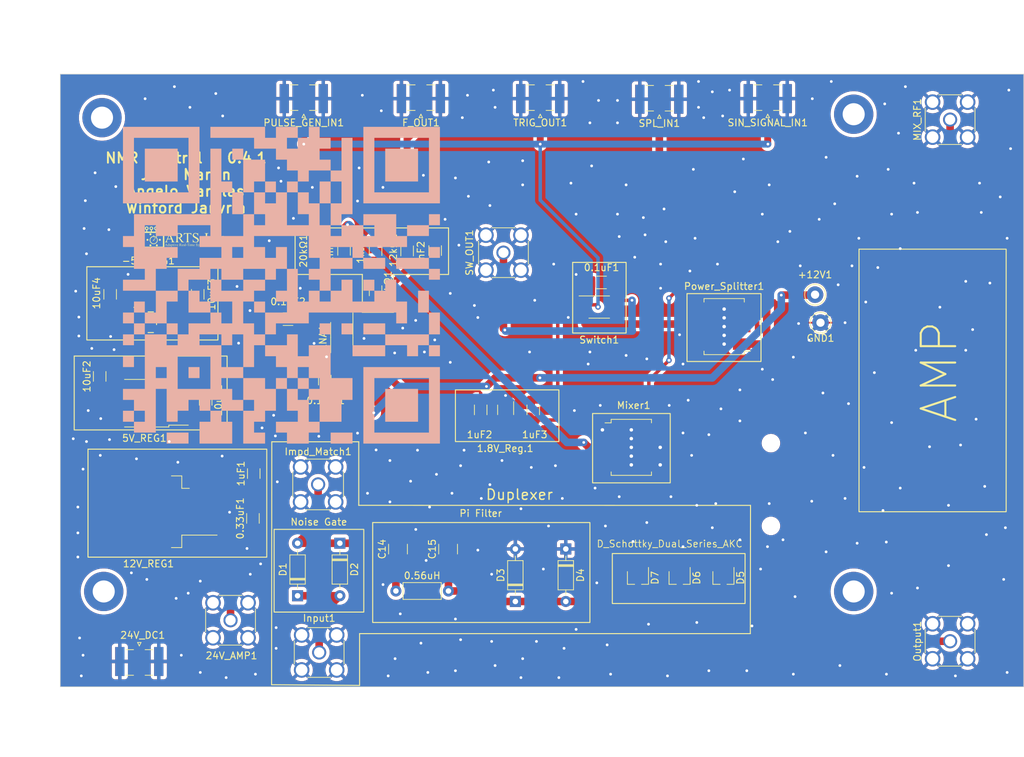
<source format=kicad_pcb>
(kicad_pcb (version 20221018) (generator pcbnew)
  (layers (0 "F.Cu" signal) (31 "B.Cu" signal) (34 "B.Paste" user) (35 "F.Paste" user) (36 "B.SilkS" user "B.Silkscreen") (37 "F.SilkS" user "F.Silkscreen") (38 "B.Mask" user) (39 "F.Mask" user) (44 "Edge.Cuts" user))
  (net 0 "")
  (net 1 "GND")
  (net 2 "Net-(F_OUT1-In)")
  (net 3 "Net-(D1-A)")
  (net 4 "Net-(D3-K)")
  (net 5 "Net-(D1-K)")
  (net 6 "Net-(MIX_RF1-In)")
  (net 7 "Net-(PULSE_GEN_IN1-In)")
  (net 8 "Net-(LNA1-+IN1)")
  (net 9 "Net-(SW_OUT1-In)")
  (net 10 "Net-(LNA1-OUT1)")
  (net 11 "Net-(LNA1--IN1)")
  (net 12 "Net-(LNA1--IN2)")
  (net 13 "Net-(+12V1-In)")
  (net 14 "Net-(1.8V_Reg.1-OUT)")
  (net 17 "Net-(Power_Splitter1-SUM)")
  (net 19 "Net-(Power_Splitter1-PORT2)")
  (net 21 "Net-(12V_REG1-VI)")
  (net 22 "Net-(-5V_REG1-OUT)")
  (net 23 "Net-(-5V_REG1-V+)")
  (net 24 "Net-(-5V_REG1-C1-)")
  (net 25 "Net-(-5V_REG1-C1+)")
  (net 26 "Net-(Mixer1-IF)")
  (net 27 "Net-(Mixer1-LO)")
  (footprint "Connector_Pin:Pin_D1.0mm_L10.0mm_LooseFit" (layer "F.Cu") (at 185.6486 75.184 180)
    (fp_text reference "+12V1")
    (fp_text value "Pin Hole" hide)
  )
  (footprint "Package_TO_SOT_SMD:TSOT-23_HandSoldering" (layer "F.Cu") (at 166.0296 116.264 -90)
    (fp_text reference "D6")
    (fp_text value "D_Schottky_Dual_Series_AKC" hide)
  )
  (footprint "MountingHole:MountingHole_3.2mm_M3_ISO7380_Pad" (layer "F.Cu") (at 191.25 49)
    (fp_text reference "REF**" hide)
    (fp_text value "MountingHole_3.2mm_M3_ISO7380_Pad")
  )
  (footprint "Capacitor_SMD:C_1206_3216Metric" (layer "F.Cu") (at 114.554 87.581 90)
    (fp_text reference "0.1.uF1")
    (fp_text value "0.1uF" hide)
  )
  (footprint "MountingHole:MountingHole_2.2mm_M2_DIN965" (layer "F.Cu") (at 179.25 96.73)
    (fp_text reference "REF**" hide)
    (fp_text value "MountingHole_2.2mm_M2_DIN965")
  )
  (footprint "Capacitor_SMD:C_1206_3216Metric" (layer "F.Cu") (at 117.348 68.754 90)
    (fp_text reference "1nF1")
    (fp_text value "C")
  )
  (footprint "Capacitor_SMD:C_1206_3216Metric" (layer "F.Cu") (at 154.686 73.406 180)
    (fp_text reference "0.1uF1")
    (fp_text value "0.1 uF" hide)
  )
  (footprint "Capacitor_SMD:C_1206_3216Metric" (layer "F.Cu") (at 83.427 75.135 -90)
    (fp_text reference "10uF4")
    (fp_text value "10 uF")
  )
  (footprint "Capacitor_SMD:C_1206_3216Metric" (layer "F.Cu") (at 81.909 87.044 90)
    (fp_text reference "10uF2")
    (fp_text value "10 uF")
  )
  (footprint "Library:ARTS" (layer "F.Cu") (at 94.16 67.21)
    (fp_text reference "G***" hide)
    (fp_text value "LOGO" hide)
  )
  (footprint "Diode_THT:D_DO-35_SOD27_P7.62mm_Horizontal" (layer "F.Cu") (at 116.7384 111.252 -90)
    (fp_text reference "D2")
    (fp_text value "1N4148")
  )
  (footprint "Connector_Coaxial:SMA_Samtec_SMA-J-P-X-ST-EM1_EdgeMount" (layer "F.Cu") (at 178.785 46.736 180)
    (fp_text reference "SIN_SIGNAL_IN1")
    (fp_text value "Conn_Coaxial")
  )
  (footprint "Capacitor_SMD:C_1206_3216Metric" (layer "F.Cu") (at 104.255 101.141 90)
    (fp_text reference "1uF1")
    (fp_text value "1 uF" hide)
  )
  (footprint "Capacitor_SMD:C_1206_3216Metric" (layer "F.Cu") (at 96.127 75.135 -90)
    (fp_text reference "10uF3")
    (fp_text value "10 uF" hide)
  )
  (footprint "Resistor_SMD:R_1206_3216Metric" (layer "F.Cu") (at 126.492 68.832 90)
    (fp_text reference "12kΩ1")
    (fp_text value "R" hide)
  )
  (footprint "Library:MF05A" (layer "F.Cu") (at 89.3198 79.1845)
    (fp_text reference "-5V_REG1")
    (fp_text value "LM828M5" hide)
  )
  (footprint "Connector_Coaxial:SMA_Samtec_SMA-J-P-X-ST-EM1_EdgeMount" (layer "F.Cu") (at 87.661 128.409)
    (fp_text reference "24V_DC1")
    (fp_text value "Conn_Coaxial")
  )
  (footprint "Package_TO_SOT_SMD:TO-252-2" (layer "F.Cu") (at 88.626 90.931 180)
    (fp_text reference "5V_REG1")
    (fp_text value "NCP1117-5.0_TO252" hide)
  )
  (footprint "Package_TO_SOT_SMD:TO-263-3_TabPin2" (layer "F.Cu") (at 88.991 106.68 180)
    (fp_text reference "12V_REG1")
    (fp_text value "LM7812_TO220" hide)
  )
  (footprint "Capacitor_SMD:C_1206_3216Metric" (layer "F.Cu") (at 109.22 78.74)
    (fp_text reference "0.1uF2")
    (fp_text value "0.1uF" hide)
  )
  (footprint "MountingHole:MountingHole_3.2mm_M3_ISO7380_Pad" (layer "F.Cu") (at 191.25 118.25)
    (fp_text reference "REF**" hide)
    (fp_text value "MountingHole_3.2mm_M3_ISO7380_Pad")
  )
  (footprint "Diode_THT:D_DO-35_SOD27_P7.62mm_Horizontal" (layer "F.Cu") (at 149.5044 112.0846 -90)
    (fp_text reference "D4")
    (fp_text value "1N4148")
  )
  (footprint "Inductor_THT:L_Axial_L5.3mm_D2.2mm_P7.62mm_Horizontal_Vishay_IM-1" (layer "F.Cu") (at 124.8664 118.1806)
    (fp_text reference "0.56uH")
    (fp_text value "L")
  )
  (footprint "Capacitor_SMD:C_1210_3225Metric_Pad1.33x2.70mm_HandSolder" (layer "F.Cu") (at 132.4356 112.1025 90)
    (fp_text reference "C15")
    (fp_text value "C")
  )
  (footprint "Connector_Coaxial:SMA_Amphenol_132291_Vertical" (layer "F.Cu") (at 205.232 49.784 90)
    (fp_text reference "MIX_RF1")
    (fp_text value "Conn_Coaxial")
  )
  (footprint "Capacitor_SMD:C_1206_3216Metric" (layer "F.Cu") (at 104.14 107.647 90)
    (fp_text reference "0.33uF1")
    (fp_text value "0.33 uF" hide)
  )
  (footprint "Package_TO_SOT_SMD:SOT-353_SC-70-5" (layer "F.Cu") (at 140.782 91.8955 -90)
    (fp_text reference "1.8V_Reg.1")
    (fp_text value "NCP715-1.8V" hide)
  )
  (footprint "Connector_Coaxial:SMA_Amphenol_132134_Vertical" (layer "F.Cu") (at 113.5888 102.7176)
    (fp_text reference "Impd_Match1")
    (fp_text value "Conn_Coaxial" hide)
  )
  (footprint "Diode_THT:D_DO-35_SOD27_P7.62mm_Horizontal" (layer "F.Cu") (at 142.1904 119.7046 90)
    (fp_text reference "D3")
    (fp_text value "1N4148")
  )
  (footprint "Package_TO_SOT_SMD:TSOT-23_HandSoldering" (layer "F.Cu") (at 172.3796 116.264 -90)
    (fp_text reference "D5")
    (fp_text value "D_Schottky_Dual_Series_AKC" hide)
  )
  (footprint "Package_SO:MSOP-8_3x3mm_P0.65mm" (layer "F.Cu") (at 154.3515 76.9805)
    (fp_text reference "Switch1")
    (fp_text value "ADG901BRMZ" hide)
  )
  (footprint "Capacitor_SMD:C_1206_3216Metric" (layer "F.Cu") (at 137.16 91.899 90)
    (fp_text reference "1uF2")
    (fp_text value "1 uF" hide)
  )
  (footprint "Connector_Coaxial:SMA_Amphenol_132291_Vertical" (layer "F.Cu") (at 205.232 125.476 90)
    (fp_text reference "Output1")
    (fp_text value "Conn_Coaxial")
  )
  (footprint "Connector_Coaxial:SMA_Amphenol_132291_Vertical" (layer "F.Cu") (at 113.7412 127.1016)
    (fp_text reference "Input1")
    (fp_text value "Conn_Coaxial")
  )
  (footprint "RF_Mini-Circuits:Mini-Circuits_CD636_LandPatternPL-035" (layer "F.Cu") (at 172.466 79.8155 180)
    (fp_text reference "Power_Splitter1")
    (fp_text value "ADP-2-1W" hide)
  )
  (footprint "Resistor_SMD:R_1206_3216Metric" (layer "F.Cu") (at 113.284 68.832 90)
    (fp_text reference "20kΩ1")
    (fp_text value "R" hide)
  )
  (footprint "Capacitor_SMD:C_1210_3225Metric_Pad1.33x2.70mm_HandSolder" (layer "F.Cu") (at 125.1712 112.1033 90)
    (fp_text reference "C14")
    (fp_text value "C" hide)
  )
  (footprint "Resistor_SMD:R_1206_3216Metric" (layer "F.Cu") (at 121.92 74.6145 -90)
    (fp_text reference "100kΩ1")
    (fp_text value "R" hide)
  )
  (footprint "Connector_Coaxial:SMA_Samtec_SMA-J-P-X-ST-EM1_EdgeMount" (layer "F.Cu") (at 163.068 46.8265 180)
    (fp_text reference "SPL_IN1")
    (fp_text value "Conn_Coaxial")
  )
  (footprint "Connector_Coaxial:SMA_Amphenol_132291_Vertical" (layer "F.Cu") (at 100.8888 122.428)
    (fp_text reference "24V_AMP1")
    (fp_text value "Conn_Coaxial")
  )
  (footprint "Connector_Pin:Pin_D1.0mm_L10.0mm_LooseFit" (layer "F.Cu") (at 186.436 79.248)
    (fp_text reference "GND1")
    (fp_text value "Pin Hole")
  )
  (footprint "RF_Mini-Circuits:Mini-Circuits_CD542_LandPatternPL-052" (layer "F.Cu") (at 159.004 97.3415)
    (fp_text reference "Mixer1")
    (fp_text value "ADE-6" hide)
  )
  (footprint "Connector_Coaxial:SMA_Samtec_SMA-J-P-X-ST-EM1_EdgeMount" (layer "F.Cu") (at 145.796 46.736 180)
    (fp_text reference "TRIG_OUT1")
    (fp_text value "Conn_Coaxial")
  )
  (footprint "Package_SO:TSSOP-8_4.4x3mm_P0.65mm" (layer "F.Cu") (at 117.023 81.408 -90)
    (fp_text reference "LNA1")
    (fp_text value "LM4565" hide)
  )
  (footprint "Capacitor_SMD:C_1206_3216Metric" (layer "F.Cu") (at 144.78 91.899 90)
    (fp_text reference "1uF3")
    (fp_text value "1 uF" hide)
  )
  (footprint "Capacitor_SMD:C_1206_3216Metric" (layer "F.Cu") (at 130.556 68.785 90)
    (fp_text reference "1nF2")
    (fp_text value "C" hide)
  )
  (footprint "Package_TO_SOT_SMD:TSOT-23_HandSoldering" (layer "F.Cu") (at 159.9844 116.264 -90)
    (fp_text reference "D7")
    (fp_text value "D_Schottky_Dual_Series_AKC" hide)
  )
  (footprint "MountingHole:MountingHole_3.2mm_M3_ISO7380_Pad" (layer "F.Cu") (at 82.5 118.25)
    (fp_text reference "REF**" hide)
    (fp_text value "MountingHole_3.2mm_M3_ISO7380_Pad")
  )
  (footprint "Connector_Coaxial:SMA_Samtec_SMA-J-P-X-ST-EM1_EdgeMount" (layer "F.Cu") (at 128.493 46.736 180)
    (fp_text reference "F_OUT1")
    (fp_text value "Conn_Coaxial")
  )
  (footprint "MountingHole:MountingHole_3.2mm_M3_ISO7380_Pad" (layer "F.Cu") (at 82.25 49.5)
    (fp_text reference "REF**" hide)
    (fp_text value "MountingHole_3.2mm_M3_ISO7380_Pad")
  )
  (footprint "Capacitor_SMD:C_1206_3216Metric_Pad1.33x1.80mm_HandSolder" (layer "F.Cu") (at 97.282 90.5125 -90)
    (fp_text reference "10uF1")
    (fp_text value "10 uF")
  )
  (footprint "Connector_Coaxial:SMA_Amphenol_132291_Vertical" (layer "F.Cu") (at 140.462 69.088 90)
    (fp_text reference "SW_OUT1")
    (fp_text value "Conn_Coaxial")
  )
  (footprint "Diode_THT:D_DO-35_SOD27_P7.62mm_Horizontal" (layer "F.Cu") (at 110.6084 118.872 90)
    (fp_text reference "D1")
    (fp_text value "1N4148")
  )
  (footprint "MountingHole:MountingHole_2.2mm_M2_DIN965" (layer "F.Cu") (at 179.25 108.74)
    (fp_text reference "REF**" hide)
    (fp_text value "MountingHole_2.2mm_M2_DIN965")
  )
  (footprint "Resistor_SMD:R_1206_3216Metric" (layer "F.Cu") (at 121.92 68.7725 -90)
    (fp_text reference "1kΩ1")
    (fp_text value "R" hide)
  )
  (footprint "Connector_Coaxial:SMA_Samtec_SMA-J-P-X-ST-EM1_EdgeMount" (layer "F.Cu") (at 111.506 46.736 180)
    (fp_text reference "PULSE_GEN_IN1")
    (fp_text value "Conn_Coaxial")
  )
  (footprint "Library:githubQR" (layer "B.Cu") (at 108.52 73.56 180)
    (fp_text reference "G***" hide)
    (fp_text value "LOGO" hide)
  )
  (gr_rect (start 107.21 109.24) (end 120.21 121.24) (stroke (width 0.15)) (fill none) (layer "F.SilkS"))
  (gr_line (start 119.48 105.75) (end 176.29 105.76) (stroke (width 0.15)) (layer "F.SilkS"))
  (gr_rect (start 167.08 75.03) (end 177.81 84.88) (stroke (width 0.15)) (fill none) (layer "F.SilkS"))
  (gr_line (start 176.26 124.37) (end 119.6 124.37) (stroke (width 0.15)) (layer "F.SilkS"))
  (gr_rect (start 192.024 68.58) (end 213.36 106.68) (stroke (width 0.15)) (fill none) (layer "F.SilkS"))
  (gr_line (start 119.6 131.88) (end 106.84 131.78) (stroke (width 0.15)) (layer "F.SilkS"))
  (gr_rect (start 78.22 84.09) (end 100.39 94.81) (stroke (width 0.15)) (fill none) (layer "F.SilkS"))
  (gr_line (start 132.5 72.25) (end 124.5 72.25) (stroke (width 0.15)) (layer "F.SilkS"))
  (gr_line (start 106.84 131.78) (end 106.87 96.53) (stroke (width 0.15)) (layer "F.SilkS"))
  (gr_rect (start 121.5 108.25) (end 153 122.75) (stroke (width 0.15)) (fill none) (layer "F.SilkS"))
  (gr_line (start 176.29 105.76) (end 176.26 124.37) (stroke (width 0.15)) (layer "F.SilkS"))
  (gr_rect (start 150.5 70.5) (end 158.25 80.75) (stroke (width 0.15)) (fill none) (layer "F.SilkS"))
  (gr_rect (start 80.22 97.6) (end 106.14 113.27) (stroke (width 0.15)) (fill none) (layer "F.SilkS"))
  (gr_line (start 110.25 72.25) (end 110.25 65.5) (stroke (width 0.15)) (layer "F.SilkS"))
  (gr_line (start 132.5 65.5) (end 132.5 72.25) (stroke (width 0.15)) (layer "F.SilkS"))
  (gr_line (start 119.6 124.37) (end 119.6 131.88) (stroke (width 0.15)) (layer "F.SilkS"))
  (gr_line (start 106.87 96.53) (end 119.48 96.53) (stroke (width 0.15)) (layer "F.SilkS"))
  (gr_line (start 124.5 72.25) (end 124.5 77.75) (stroke (width 0.15)) (layer "F.SilkS"))
  (gr_rect (start 133.5 89) (end 148.5 96.5) (stroke (width 0.15)) (fill none) (layer "F.SilkS"))
  (gr_line (start 124.5 77.75) (end 120 77.75) (stroke (width 0.15)) (layer "F.SilkS"))
  (gr_line (start 119.48 96.53) (end 119.48 105.75) (stroke (width 0.15)) (layer "F.SilkS"))
  (gr_rect (start 80.05 71.13) (end 99.06 81.76) (stroke (width 0.15)) (fill none) (layer "F.SilkS"))
  (gr_line (start 110.25 65.5) (end 132.5 65.5) (stroke (width 0.15)) (layer "F.SilkS"))
  (gr_rect (start 153.39 92.43) (end 164.65 102.49) (stroke (width 0.15)) (fill none) (layer "F.SilkS"))
  (gr_line (start 120 77.75) (end 120 72.25) (stroke (width 0.15)) (layer "F.SilkS"))
  (gr_line (start 120 72.25) (end 110.25 72.25) (stroke (width 0.15)) (layer "F.SilkS"))
  (gr_rect (start 156.25 112.75) (end 175.5 120) (stroke (width 0.15)) (fill none) (layer "F.SilkS"))
  (gr_rect (start 76.2 43.18) (end 215.9 132.08) (stroke (width 0.1)) (fill none) (layer "Edge.Cuts"))
  (gr_text "Duplexer" (at 137.8 105.07) (layer "F.SilkS") (effects (font (size 1.5 1.5) (thickness 0.2)) (justify left bottom)))
  (gr_text "Pi Filter\n" (at 134 107.5) (layer "F.SilkS") (effects (font (size 1 1)) (justify left bottom)))
  (gr_text "Noise Gate\n" (at 109.5 108.75) (layer "F.SilkS") (effects (font (size 1 1)) (justify left bottom)))
  (gr_text "NMR Control V 0.4.1\nJake Martin\nAngelo Varillas\nWinford Janvrin" (at 94.43 63.47) (layer "F.SilkS") (effects (font (size 1.5 1.5) (thickness 0.275) bold) (justify bottom)))
  (gr_text "D_Schottky_Dual_Series_AKC" (at 153.91 111.92) (layer "F.SilkS") (effects (font (size 1 1) (thickness 0.125)) (justify left bottom)))
  (gr_text "Filter" (at 120.25 65) (layer "F.SilkS") (effects (font (size 1 1)) (justify left bottom)))
  (gr_text "AMP" (at 206.6 94.04 90) (layer "F.SilkS") (effects (font (size 5 5) (thickness 0.3)) (justify left bottom)))
  (segment (start 183.388 79.248) (end 183.261 79.375) (width 0.25) (layer "F.Cu") (net 1))
  (segment (start 186.436 79.248) (end 184.785 80.899) (width 0.25) (layer "F.Cu") (net 1))
  (segment (start 151.0405 77.3055) (end 149.86 78.486) (width 0.25) (layer "F.Cu") (net 1))
  (segment (start 114.808 84.201) (end 115.9785 84.201) (width 0.25) (layer "F.Cu") (net 1))
  (segment (start 151.0555 77.3055) (end 151.0405 77.3055) (width 0.25) (layer "F.Cu") (net 1))
  (segment (start 115.9785 84.201) (end 116.048 84.2705) (width 0.25) (layer "F.Cu") (net 1))
  (segment (start 184.785 80.899) (end 184.785 81.788) (width 0.25) (layer "F.Cu") (net 1))
  (segment (start 140.7668 89.8144) (end 140.782 89.7992) (width 0.25) (layer "F.Cu") (net 1))
  (segment (start 186.436 79.248) (end 183.388 79.248) (width 0.25) (layer "F.Cu") (net 1))
  (segment (start 140.782 89.8296) (end 140.7668 89.8144) (width 0.25) (layer "F.Cu") (net 1))
  (segment (start 156.464 76.6555) (end 156.464 77.9555) (width 0.25) (layer "F.Cu") (net 1))
  (segment (start 140.782 90.9455) (end 140.782 89.8296) (width 0.25) (layer "F.Cu") (net 1))
  (segment (start 152.239 77.3055) (end 151.0555 77.3055) (width 0.25) (layer "F.Cu") (net 1))
  (segment (start 189.998 79.248) (end 190 79.25) (width 0.25) (layer "F.Cu") (net 1))
  (segment (start 186.436 79.248) (end 189.998 79.248) (width 0.25) (layer "F.Cu") (net 1))
  (via (at 143 106.25) (size 0.8) (drill 0.4) (layers "F.Cu" "B.Cu") (net 1))
  (via (at 107.5 126.5) (size 0.8) (drill 0.4) (layers "F.Cu" "B.Cu") (net 1))
  (via (at 191.75 111.25) (size 0.8) (drill 0.4) (layers "F.Cu" "B.Cu") (net 1))
  (via (at 188.5 62) (size 0.8) (drill 0.4) (layers "F.Cu" "B.Cu") (net 1))
  (via (at 153.75 103.25) (size 0.8) (drill 0.4) (layers "F.Cu" "B.Cu") (net 1))
  (via (at 157.25 104.5) (size 0.8) (drill 0.4) (layers "F.Cu" "B.Cu") (net 1))
  (via (at 78.75 113.25) (size 0.8) (drill 0.4) (layers "F.Cu" "B.Cu") (net 1))
  (via (at 193 76.25) (size 0.8) (drill 0.4) (layers "F.Cu" "B.Cu") (net 1))
  (via (at 139.25 129) (size 0.8) (drill 0.4) (layers "F.Cu" "B.Cu") (net 1))
  (via (at 210.5 110) (size 0.8) (drill 0.4) (layers "F.Cu" "B.Cu") (net 1))
  (via (at 79 125) (size 0.8) (drill 0.4) (layers "F.Cu" "B.Cu") (net 1))
  (via (at 164 67.5) (size 0.8) (drill 0.4) (layers "F.Cu" "B.Cu") (net 1))
  (via (at 133 104) (size 0.8) (drill 0.4) (layers "F.Cu" "B.Cu") (net 1))
  (via (at 100.75 106.75) (size 0.8) (drill 0.4) (layers "F.Cu" "B.Cu") (net 1))
  (via (at 94.75 118.5) (size 0.8) (drill 0.4) (layers "F.Cu" "B.Cu") (net 1))
  (via (at 120.2436 81.534) (size 0.8) (drill 0.4) (layers "F.Cu" "B.Cu") (net 1))
  (via (at 78.8924 78.4352) (size 0.8) (drill 0.4) (layers "F.Cu" "B.Cu") (net 1))
  (via (at 157 63.5) (size 0.8) (drill 0.4) (layers "F.Cu" "B.Cu") (net 1))
  (via (at 153.25 56.5) (size 0.8) (drill 0.4) (layers "F.Cu" "B.Cu") (net 1))
  (via (at 107.8484 56.7944) (size 0.8) (drill 0.4) (layers "F.Cu" "B.Cu") (net 1))
  (via (at 190 104.75) (size 0.8) (drill 0.4) (layers "F.Cu" "B.Cu") (net 1))
  (via (at 132 64.25) (size 0.8) (drill 0.4) (layers "F.Cu" "B.Cu") (net 1))
  (via (at 147 108.75) (size 0.8) (drill 0.4) (layers "F.Cu" "B.Cu") (net 1))
  (via (at 212.5 61) (size 0.8) (drill 0.4) (layers "F.Cu" "B.Cu") (net 1))
  (via (at 174 60.25) (size 0.8) (drill 0.4) (layers "F.Cu" "B.Cu") (net 1))
  (via (at 121.9962 97.7138) (size 0.8) (drill 0.4) (layers "F.Cu" "B.Cu") (net 1))
  (via (at 88.5 46.75) (size 0.8) (drill 0.4) (layers "F.Cu" "B.Cu") (net 1))
  (via (at 151 123.75) (size 0.8) (drill 0.4) (layers "F.Cu" "B.Cu") (net 1))
  (via (at 196 130.25) (size 0.8) (drill 0.4) (layers "F.Cu" "B.Cu") (net 1))
  (via (at 154.25 47) (size 0.8) (drill 0.4) (layers "F.Cu" "B.Cu") (net 1))
  (via (at 161.25 108.25) (size 0.8) (drill 0.4) (layers "F.Cu" "B.Cu") (net 1))
  (via (at 213.75 45.5) (size 0.8) (drill 0.4) (layers "F.Cu" "B.Cu") (net 1))
  (via (at 101.8286 73.9902) (size 0.8) (drill 0.4) (layers "F.Cu" "B.Cu") (net 1))
  (via (at 163.25 74.25) (size 0.8) (drill 0.4) (layers "F.Cu" "B.Cu") (net 1))
  (via (at 129 83.5) (size 0.8) (drill 0.4) (layers "F.Cu" "B.Cu") (net 1))
  (via (at 158.25 59.25) (size 0.8) (drill 0.4) (layers "F.Cu" "B.Cu") (net 1))
  (via (at 127 102.25) (size 0.8) (drill 0.4) (layers "F.Cu" "B.Cu") (net 1))
  (via (at 80 69.25) (size 0.8) (drill 0.4) (layers "F.Cu" "B.Cu") (net 1))
  (via (at 96.5 130) (size 0.8) (drill 0.4) (layers "F.Cu" "B.Cu") (net 1))
  (via (at 151 63.5) (size 0.8) (drill 0.4) (layers "F.Cu" "B.Cu") (net 1))
  (via (at 136.75 78.5) (size 0.8) (drill 0.4) (layers "F.Cu" "B.Cu") (net 1))
  (via (at 211 73.5) (size 0.8) (drill 0.4) (layers "F.Cu" "B.Cu") (net 1))
  (via (at 134 68) (size 0.8) (drill 0.4) (layers "F.Cu" "B.Cu") (net 1))
  (via (at 86.0298 72.2376) (size 0.8) (drill 0.4) (layers "F.Cu" "B.Cu") (net 1))
  (via (at 167.5 71.75) (size 0.8) (drill 0.4) (layers "F.Cu" "B.Cu") (net 1))
  (via (at 102.0572 82.2198) (size 0.8) (drill 0.4) (layers "F.Cu" "B.Cu") (net 1))
  (via (at 189 73.75) (size 0.8) (drill 0.4) (layers "F.Cu" "B.Cu") (net 1))
  (via (at 130.5 81.75) (size 0.8) (drill 0.4) (layers "F.Cu" "B.Cu") (net 1))
  (via (at 149.25 126.5) (size 0.8) (drill 0.4) (layers "F.Cu" "B.Cu") (net 1))
  (via (at 136.75 112.25) (size 0.8) (drill 0.4) (layers "F.Cu" "B.Cu") (net 1))
  (via (at 112.7506 59.6138) (size 0.8) (drill 0.4) (layers "F.Cu" "B.Cu") (net 1))
  (via (at 119.5324 56.7944) (size 0.8) (drill 0.4) (layers "F.Cu" "B.Cu") (net 1))
  (via (at 99.75 49.25) (size 0.8) (drill 0.4) (layers "F.Cu" "B.Cu") (net 1))
  (via (at 87.25 99) (size 0.8) (drill 0.4) (layers "F.Cu" "B.Cu") (net 1))
  (via (at 163.25 70.75) (size 0.8) (drill 0.4) (layers "F.Cu" "B.Cu") (net 1))
  (via (at 168.75 48) (size 0.8) (drill 0.4) (layers "F.Cu" "B.Cu") (net 1))
  (via (at 156 130.25) (size 0.8) (drill 0.4) (layers "F.Cu" "B.Cu") (net 1))
  (via (at 166 81) (size 0.8) (drill 0.4) (layers "F.Cu" "B.Cu") (net 1))
  (via (at 192 67) (size 0.8) (drill 0.4) (layers "F.Cu" "B.Cu") (net 1))
  (via (at 134.5 49.5) (size 0.8) (drill 0.4) (layers "F.Cu" "B.Cu") (net 1))
  (via (at 135.382 60.9092) (size 0.8) (drill 0.4) (layers "F.Cu" "B.Cu") (net 1))
  (via (at 175.75 129.75) (size 0.8) (drill 0.4) (layers "F.Cu" "B.Cu") (net 1))
  (via (at 130.75 101.25) (size 0.8) (drill 0.4) (layers "F.Cu" "B.Cu") (net 1))
  (via (at 200.25 83.25) (size 0.8) (drill 0.4) (layers "F.Cu" "B.Cu") (net 1))
  (via (at 195.5 106.5) (size 0.8) (drill 0.4) (layers "F.Cu" "B.Cu") (net 1))
  (via (at 93 119.25) (size 0.8) (drill 0.4) (layers "F.Cu" "B.Cu") (net 1))
  (via (at 100.25 130.75) (size 0.8) (drill 0.4) (layers "F.Cu" "B.Cu") (net 1))
  (via (at 114.808 84.201) (size 0.8) (drill 0.4) (layers "F.Cu" "B.Cu") (net 1))
  (via (at 132.75 75) (size 0.8) (drill 0.4) (layers "F.Cu" "B.Cu") (net 1))
  (via (at 79.5 100.5) (size 0.8) (drill 0.4) (layers "F.Cu" "B.Cu") (net 1))
  (via (at 133.5 129.75) (size 0.8) (drill 0.4) (layers "F.Cu" "B.Cu") (net 1))
  (via (at 188.25 98.5) (size 0.8) (drill 0.4) (layers "F.Cu" "B.Cu") (net 1))
  (via (at 83.25 65.75) (size 0.8) (drill 0.4) (layers "F.Cu" "B.Cu") (net 1))
  (via (at 161 66.5) (size 0.8) (drill 0.4) (layers "F.Cu" "B.Cu") (net 1))
  (via (at 172 91.75) (size 0.8) (drill 0.4) (layers "F.Cu" "B.Cu") (net 1))
  (via (at 184.785 81.788) (size 0.8) (drill 0.4) (layers "F.Cu" "B.Cu") (net 1))
  (via (at 175.25 55.5) (size 0.8) (drill 0.4) (layers "F.Cu" "B.Cu") (net 1))
  (via (at 134.25 100) (size 0.8) (drill 0.4) (layers "F.Cu" "B.Cu") (net 1))
  (via (at 134.75 97.75) (size 0.8) (drill 0.4) (layers "F.Cu" "B.Cu") (net 1))
  (via (at 119.3038 95.2754) (size 0.8) (drill 0.4) (layers "F.Cu" "B.Cu") (net 1))
  (via (at 206.75 97) (size 0.8) (drill 0.4) (layers "F.Cu" "B.Cu") (net 1))
  (via (at 96.5 116.75) (size 0.8) (drill 0.4) (layers "F.Cu" "B.Cu") (net 1))
  (via (at 200 59) (size 0.8) (drill 0.4) (layers "F.Cu" "B.Cu") (net 1))
  (via (at 190 79.25) (size 0.8) (drill 0.4) (layers "F.Cu" "B.Cu") (net 1))
  (via (at 80.772 82.9818) (size 0.8) (drill 0.4) (layers "F.Cu" "B.Cu") (net 1))
  (via (at 93.25 99.5) (size 0.8) (drill 0.4) (layers "F.Cu" "B.Cu") (net 1))
  (via (at 164.75 104.5) (size 0.8) (drill 0.4) (layers "F.Cu" "B.Cu") (net 1))
  (via (at 153 83.5) (size 0.8) (drill 0.4) (layers "F.Cu" "B.Cu") (net 1))
  (via (at 133.5 58.25) (size 0.8) (drill 0.4) (layers "F.Cu" "B.Cu") (net 1))
  (via (at 107.6706 102.3366) (size 0.8) (drill 0.4) (layers "F.Cu" "B.Cu") (net 1))
  (via (at 150.25 59) (size 0.8) (drill 0.4) (layers "F.Cu" "B.Cu") (net 1))
  (via (at 174.75 110.75) (size 0.8) (drill 0.4) (layers "F.Cu" "B.Cu") (net 1))
  (via (at 166.5 95.25) (size 0.8) (drill 0.4) (layers "F.Cu" "B.Cu") (net 1))
  (via (at 192.75 100.25) (size 0.8) (drill 0.4) (layers "F.Cu" "B.Cu") (net 1))
  (via (at 127.7366 78.9178) (size 0.8) (drill 0.4) (layers "F.Cu" "B.Cu") (net 1))
  (via (at 108.204 58.7248) (size 0.8) (drill 0.4) (layers "F.Cu" "B.Cu") (net 1))
  (via (at 145.25 125.5) (size 0.8) (drill 0.4) (layers "F.Cu" "B.Cu") (net 1))
  (via (at 107.1372 92.6846) (size 0.8) (drill 0.4) (layers "F.Cu" "B.Cu") (net 1))
  (via (at 182.75 119) (size 0.8) (drill 0.4) (layers "F.Cu" "B.Cu") (net 1))
  (via (at 183.5 71) (size 0.8) (drill 0.4) (layers "F.Cu" "B.Cu") (net 1))
  (via (at 214 54) (size 0.8) (drill 0.4) (layers "F.Cu" "B.Cu") (net 1))
  (via (at 140.7668 89.8144) (size 0.8) (drill 0.4) (layers "F.Cu" "B.Cu") (net 1))
  (via (at 213.25 109) (size 0.8) (drill 0.4) (layers "F.Cu" "B.Cu") (net 1))
  (via (at 138.5 62.25) (size 0.8) (drill 0.4) (layers "F.Cu" "B.Cu") (net 1))
  (via (at 189.25 129) (size 0.8) (drill 0.4) (layers "F.Cu" "B.Cu") (net 1))
  (via (at 168.5 105.75) (size 0.8) (drill 0.4) (layers "F.Cu" "B.Cu") (net 1))
  (via (at 213.5 67) (size 0.8) (drill 0.4) (layers "F.Cu" "B.Cu") (net 1))
  (via (at 84.25 59.5) (size 0.8) (drill 0.4) (layers "F.Cu" "B.Cu") (net 1))
  (via (at 181 110.75) (size 0.8) (drill 0.4) (layers "F.Cu" "B.Cu") (net 1))
  (via (at 171.25 105.5) (size 0.8) (drill 0.4) (layers "F.Cu" "B.Cu") (net 1))
  (via (at 79.5 127.5) (size 0.8) (drill 0.4) (layers "F.Cu" "B.Cu") (net 1))
  (via (at 105.4608 94.5134) (size 0.8) (drill 0.4) (layers "F.Cu" "B.Cu") (net 1))
  (via (at 143.25 128) (size 0.8) (drill 0.4) (layers "F.Cu" "B.Cu") (net 1))
  (via (at 170.75 45.75) (size 0.8) (drill 0.4) (layers "F.Cu" "B.Cu") (net 1))
  (via (at 105.25 114.25) (size 0.8) (drill 0.4) (layers "F.Cu" "B.Cu") (net 1))
  (via (at 213.5 130) (size 0.8) (drill 0.4) (layers "F.Cu" "B.Cu") (net 1))
  (via (at 134.25 125.25) (size 0.8) (drill 0.4) (layers "F.Cu" "B.Cu") (net 1))
  (via (at 182 66) (size 0.8) (drill 0.4) (layers "F.Cu" "B.Cu") (net 1))
  (via (at 179.5 87.5) (size 0.8) (drill 0.4) (layers "F.Cu" "B.Cu") (net 1))
  (via (at 144.5 100.25) (size 0.8) (drill 0.4) (layers "F.Cu" "B.Cu") (net 1))
  (via (at 177.75 115) (size 0.8) (drill 0.4) (layers "F.Cu" "B.Cu") (net 1))
  (via (at 147.75 70.75) (size 0.8) (drill 0.4) (layers "F.Cu" "B.Cu") (net 1))
  (via (at 194.25 86.5) (size 0.8) (drill 0.4) (layers "F.Cu" "B.Cu") (net 1))
  (via (at 150.75 92) (size 0.8) (drill 0.4) (layers "F.Cu" "B.Cu") (net 1))
  (via (at 143.25 55.75) (size 0.8) (drill 0.4) (layers "F.Cu" "B.Cu") (net 1))
  (via (at 120 46.25) (size 0.8) (drill 0.4) (layers "F.Cu" "B.Cu") (net 1))
  (via (at 80 96.5) (size 0.8) (drill 0.4) (layers "F.Cu" "B.Cu") (net 1))
  (via (at 129.25 113.75) (size 0.8) (drill 0.4) (layers "F.Cu" "B.Cu") (net 1))
  (via (at 155.25 108.75) (size 0.8) (drill 0.4) (layers "F.Cu" "B.Cu") (net 1))
  (via (at 138.3284 55.9308) (size 0.8) (drill 0.4) (layers "F.Cu" "B.Cu") (net 1))
  (via (at 195.98 111.08) (size 0.8) (drill 0.4) (layers "F.Cu" "B.Cu") (net 1))
  (via (at 122.9868 59.6138) (size 0.8) (drill 0.4) (layers "F.Cu" "B.Cu") (net 1))
  (via (at 92.75 45) (size 0.8) (drill 0.4) (layers "F.Cu" "B.Cu") (net 1))
  (via (at 78.0796 96.0882) (size 0.8) (drill 0.4) (layers "F.Cu" "B.Cu") (net 1))
  (via (at 160.75 64) (size 0.8) (drill 0.4) (layers "F.Cu" "B.Cu") (net 1))
  (via (at 103.2764 112.014) (size 0.8) (drill 0.4) (layers "F.Cu" "B.Cu") (net 1))
  (via (at 187.25 112.5) (size 0.8) (drill 0.4) (layers "F.Cu" "B.Cu") (net 1))
  (via (at 104.5 130.25) (size 0.8) (drill 0.4) (layers "F.Cu" "B.Cu") (net 1))
  (via (at 82 98.5) (size 0.8) (drill 0.4) (layers "F.Cu" "B.Cu") (net 1))
  (via (at 170.25 129.75) (size 0.8) (drill 0.4) (layers "F.Cu" "B.Cu") (net 1))
  (via (at 125.5 121.5) (size 0.8) (drill 0.4) (layers "F.Cu" "B.Cu") (net 1))
  (via (at 93.75 127.5) (size 0.8) (drill 0.4) (layers "F.Cu" "B.Cu") (net 1))
  (via (at 170.25 95.5) (size 0.8) (drill 0.4) (layers "F.Cu" "B.Cu") (net 1))
  (via (at 129.75 106) (size 0.8) (drill 0.4) (layers "F.Cu" "B.Cu") (net 1))
  (via (at 78.75 109.75) (size 0.8) (drill 0.4) (layers "F.Cu" "B.Cu") (net 1))
  (via (at 111 74.25) (size 0.8) (drill 0.4) (layers "F.Cu" "B.Cu") (net 1))
  (via (at 135.25 46.25) (size 0.8) (drill 0.4) (layers "F.Cu" "B.Cu") (net 1))
  (via (at 178 86) (size 0.8) (drill 0.4) (layers "F.Cu" "B.Cu") (net 1))
  (via (at 78.75 106) (size 0.8) (drill 0.4) (layers "F.Cu" "B.Cu") (net 1))
  (via (at 107.3912 95.6818) (size 0.8) (drill 0.4) (layers "F.Cu" "B.Cu") (net 1))
  (via (at 168 57) (size 0.8) (drill 0.4) (layers "F.Cu" "B.Cu") (net 1))
  (via (at 138.75 115.75) (size 0.8) (drill 0.4) (layers "F.Cu" "B.Cu") (net 1))
  (via (at 149 104.75) (size 0.8) (drill 0.4) (layers "F.Cu" "B.Cu") (net 1))
  (via (at 78.4352 74.676) (size 0.8) (drill 0.4) (layers "F.Cu" "B.Cu") (net 1))
  (via (at 127.75 109.25) (size 0.8) (drill 0.4) (layers "F.Cu" "B.Cu") (net 1))
  (via (at 128 97.75) (size 0.8) (drill 0.4) (layers "F.Cu" "B.Cu") (net 1))
  (via (at 164.25 130.5) (size 0.8) (drill 0.4) (layers "F.Cu" "B.Cu") (net 1))
  (via (at 187.25 55.25) (size 0.8) (drill 0.4) (layers "F.Cu" "B.Cu") (net 1))
  (via (at 154.5 91.25) (size 0.8) (drill 0.4) (layers "F.Cu" "B.Cu") (net 1))
  (via (at 179 59.25) (size 0.8) (drill 0.4) (layers "F.Cu" "B.Cu") (net 1))
  (via (at 209.75 63.25) (size 0.8) (drill 0.4) (layers "F.Cu" "B.Cu") (net 1))
  (via (at 144.25 83.5) (size 0.8) (drill 0.4) (layers "F.Cu" "B.Cu") (net 1))
  (via (at 194.75 71.25) (size 0.8) (drill 0.4) (layers "F.Cu" "B.Cu") (net 1))
  (via (at 209 93.25) (size 0.8) (drill 0.4) (layers "F.Cu" "B.Cu") (net 1))
  (via (at 197.75 51.75) (size 0.8) (drill 0.4) (layers "F.Cu" "B.Cu") (net 1))
  (via (at 202.25 97.25) (size 0.8) (drill 0.4) (layers "F.Cu" "B.Cu") (net 1))
  (via (at 113.6904 95.7326) (size 0.8) (drill 0.4) (layers "F.Cu" "B.Cu") (net 1))
  (via (at 140.25 99.25) (size 0.8) (drill 0.4) (layers "F.Cu" "B.Cu") (net 1))
  (via (at 157.25 66.75) (size 0.8) (drill 0.4) (layers "F.Cu" "B.Cu") (net 1))
  (via (at 133.5 122.25) (size 0.8) (drill 0.4) (layers "F.Cu" "B.Cu") (net 1))
  (via (at 123.75 130.5) (size 0.8) (drill 0.4) (layers "F.Cu" "B.Cu") (net 1))
  (via (at 191 71) (size 0.8) (drill 0.4) (layers "F.Cu" "B.Cu") (net 1))
  (via (at 206 130.5) (size 0.8) (drill 0.4) (layers "F.Cu" "B.Cu") (net 1))
  (via (at 143 130.75) (size 0.8) (drill 0.4) (layers "F.Cu" "B.Cu") (net 1))
  (via (at 128.8542 57.8612) (size 0.8) (drill 0.4) (layers "F.Cu" "B.Cu") (net 1))
  (via (at 182.5 130.25) (size 0.8) (drill 0.4) (layers "F.Cu" "B.Cu") (net 1))
  (via (at 186.79 89.45) (size 0.8) (drill 0.4) (layers "F.Cu" "B.Cu") (net 1))
  (via (at 139.25 48) (size 0.8) (drill 0.4) (layers "F.Cu" "B.Cu") (net 1))
  (via (at 113 82.25) (size 0.8) (drill 0.4) (layers "F.Cu" "B.Cu") (net 1))
  (via (at 164.5 91.25) (size 0.8) (drill 0.4) (layers "F.Cu" "B.Cu") (net 1))
  (via (at 81.25 57.5) (size 0.8) (drill 0.4) (layers "F.Cu" "B.Cu") (net 1))
  (via (at 172.25 49.25) (size 0.8) (drill 0.4) (layers "F.Cu" "B.Cu") (net 1))
  (via (at 79.6544 65.5828) (size 0.8) (drill 0.4) (layers "F.Cu" "B.Cu") (net 1))
  (via (at 205 114.5) (size 0.8) (drill 0.4) (layers "F.Cu" "B.Cu") (net 1))
  (via (at 163.75 62.75) (size 0.8) (drill 0.4) (layers "F.Cu" "B.Cu") (net 1))
  (via (at 198 103.25) (size 0.8) (drill 0.4) (layers "F.Cu" "B.Cu") (net 1))
  (via (at 151 72.25) (size 0.8) (drill 0.4) (layers "F.Cu" "B.Cu") (net 1))
  (via (at 136.25 76.75) (size 0.8) (drill 0.4) (layers "F.Cu" "B.Cu") (net 1))
  (via (at 79.25 130.5) (size 0.8) (drill 0.4) (layers "F.Cu" "B.Cu") (net 1))
  (via (at 154 117) (size 0.8) (drill 0.4) (layers "F.Cu" "B.Cu") (net 1))
  (via (at 180.25 67.5) (size 0.8) (drill 0.4) (layers "F.Cu" "B.Cu") (net 1))
  (via (at 174.75 89) (size 0.8) (drill 0.4) (layers "F.Cu" "B.Cu") (net 1))
  (via (at 167.75 98.5) (size 0.8) (drill 0.4) (layers "F.Cu" "B.Cu") (net 1))
  (via (at 139 45.5) (size 0.8) (drill 0.4) (layers "F.Cu" "B.Cu") (net 1))
  (via (at 185.166 105.156) (size 0.8) (drill 0.4) (layers "F.Cu" "B.Cu") (net 1))
  (via (at 182.5 84.25) (size 0.8) (drill 0.4) (layers "F.Cu" "B.Cu") (net 1))
  (via (at 103.7082 77.4954) (size 0.8) (drill 0.4) (layers "F.Cu" "B.Cu") (net 1))
  (via (at 168.25 67) (size 0.8) (drill 0.4) (layers "F.Cu" "B.Cu") (net 1))
  (via (at 155.5 126) (size 0.8) (drill 0.4) (layers "F.Cu" "B.Cu") (net 1))
  (via (at 166.5 85.25) (size 0.8) (drill 0.4) (layers "F.Cu" "B.Cu") (net 1))
  (via (at 145 76) (size 0.8) (drill 0.4) (layers "F.Cu" "B.Cu") (net 1))
  (via (at 161.5 123) (size 0.8) (drill 0.4) (layers "F.Cu" "B.Cu") (net 1))
  (via (at 95 48) (size 0.8) (drill 0.4) (layers "F.Cu" "B.Cu") (net 1))
  (via (at 173.25 45.5) (size 0.8) (drill 0.4) (layers "F.Cu" "B.Cu") (net 1))
  (via (at 88.75 116.5) (size 0.8) (drill 0.4) (layers "F.Cu" "B.Cu") (net 1))
  (via (at 106.5022 67.3608) (size 0.8) (drill 0.4) (layers "F.Cu" "B.Cu") (net 1))
  (via (at 128.5 125.75) (size 0.8) (drill 0.4) (layers "F.Cu" "B.Cu") (net 1))
  (via (at 198.75 45) (size 0.8) (drill 0.4) (layers "F.Cu" "B.Cu") (net 1))
  (via (at 125.857 80.0354) (size 0.8) (drill 0.4) (layers "F.Cu" "B.Cu") (net 1))
  (via (at 123 117.25) (size 0.8) (drill 0.4) (layers "F.Cu" "B.Cu") (net 1))
  (via (at 207.5 73.25) (size 0.8) (drill 0.4) (layers "F.Cu" "B.Cu") (net 1))
  (via (at 83.5 81.25) (size 0.8) (drill 0.4) (layers "F.Cu" "B.Cu") (net 1))
  (via (at 170.75 109) (size 0.8) (drill 0.4) (layers "F.Cu" "B.Cu") (net 1))
  (via (at 185.25 46.75) (size 0.8) (drill 0.4) (layers "F.Cu" "B.Cu") (net 1))
  (via (at 80.25 92) (size 0.8) (drill 0.4) (layers "F.Cu" "B.Cu") (net 1))
  (via (at 92 96.5) (size 0.8) (drill 0.4) (layers "F.Cu" "B.Cu") (net 1))
  (via (at 191.75 58) (size 0.8) (drill 0.4) (layers "F.Cu" "B.Cu") (net 1))
  (via (at 83.9978 83.1596) (size 0.8) (drill 0.4) (layers "F.Cu" "B.Cu") (net 1))
  (via (at 200.5 117.75) (size 0.8) (drill 0.4) (layers "F.Cu" "B.Cu") (net 1))
  (via (at 205 105.75) (size 0.8) (drill 0.4) (layers "F.Cu" "B.Cu") (net 1))
  (via (at 99.6696 98.6028) (size 0.8) (drill 0.4) (layers "F.Cu" "B.Cu") (net 1))
  (via (at 196.75 93.75) (size 0.8) (drill 0.4) (layers "F.Cu" "B.Cu") (net 1))
  (via (at 196.75 63.5) (size 0.8) (drill 0.4) (layers "F.Cu" "B.Cu") (net 1))
  (via (at 184.25 95.25) (size 0.8) (drill 0.4) (layers "F.Cu" "B.Cu") (net 1))
  (via (at 146.25 115) (size 0.8) (drill 0.4) (layers "F.Cu" "B.Cu") (net 1))
  (via (at 122.75 48.5) (size 0.8) (drill 0.4) (layers "F.Cu" "B.Cu") (net 1))
  (via (at 132.75 85) (size 0.8) (drill 0.4) (layers "F.Cu" "B.Cu") (net 1))
  (via (at 198 68.5) (size 0.8) (drill 0.4) (layers "F.Cu" "B.Cu") (net 1))
  (via (at 103.75 115.75) (size 0.8) (drill 0.4) (layers "F.Cu" "B.Cu") (net 1))
  (via (at 168.5 122.75) (size 0.8) (drill 0.4) (layers "F.Cu" "B.Cu") (net 1))
  (via (at 153 50.25) (size 0.8) (drill 0.4) (layers "F.Cu" "B.Cu") (net 1))
  (via (at 196.25 57) (size 0.8) (drill 0.4) (layers "F.Cu" "B.Cu") (net 1))
  (via (at 203.75 77) (size 0.8) (drill 0.4) (layers "F.Cu" "B.Cu") (net 1))
  (via (at 138.5 102.75) (size 0.8) (drill 0.4) (layers "F.Cu" "B.Cu") (net 1))
  (via (at 210.25 103) (size 0.8) (drill 0.4) (layers "F.Cu" "B.Cu") (net 1))
  (via (at 209.5 59) (size 0.8) (drill 0.4) (layers "F.Cu" "B.Cu") (net 1))
  (via (at 157 50.25) (size 0.8) (drill 0.4) (layers "F.Cu" "B.Cu") (net 1))
  (via (at 148 100) (size 0.8) (drill 0.4) (layers "F.Cu" "B.Cu") (net 1))
  (via (at 176.5 123.25) (size 0.8) (drill 0.4) (layers "F.Cu" "B.Cu") (net 1))
  (via (at 152 44.25) (size 0.8) (drill 0.4) (layers "F.Cu" "B.Cu") (net 1))
  (via (at 110.0074 64.1096) (size 0.8) (drill 0.4) (layers "F.Cu" "B.Cu") (net 1))
  (via (at 166.5 111.75) (size 0.8) (drill 0.4) (layers "F.Cu" "B.Cu") (net 1))
  (via (at 124 99.25) (size 0.8) (drill 0.4) (layers "F.Cu" "B.Cu") (net 1))
  (via (at 196.75 118.5) (size 0.8) (drill 0.4) (layers "F.Cu" "B.Cu") (net 1))
  (via (at 183.261 79.375) (size 0.8) (drill 0.4) (layers "F.Cu" "B.Cu") (net 1))
  (via (at 83.3374 96.2152) (size 0.8) (drill 0.4) (layers "F.Cu" "B.Cu") (net 1))
  (via (at 200.5 63.25) (size 0.8) (drill 0.4) (layers "F.Cu" "B.Cu") (net 1))
  (via (at 208.5 80.25) (size 0.8) (drill 0.4) (layers "F.Cu" "B.Cu") (net 1))
  (via (at 195.75 47.5) (size 0.8) (drill 0.4) (layers "F.Cu" "B.Cu") (net 1))
  (via (at 159.5 69.75) (size 0.8) (drill 0.4) (layers "F.Cu" "B.Cu") (net 1))
  (via (at 158.25 84) (size 0.8) (drill 0.4) (layers "F.Cu" "B.Cu") (net 1))
  (via (at 120.75 104) (size 0.8) (drill 0.4) (layers "F.Cu" "B.Cu") (net 1))
  (via (at 78.8924 81.1784) (size 0.8) (drill 0.4) (layers "F.Cu" "B.Cu") (net 1))
  (via (at 159.25 111) (size 0.8) (drill 0.4) (layers "F.Cu" "B.Cu") (net 1))
  (via (at 178.75 111.75) (size 0.8) (drill 0.4) (layers "F.Cu" "B.Cu") (net 1))
  (via (at 137.25 104.75) (size 0.8) (drill 0.4) (layers "F.Cu" "B.Cu") (net 1))
  (via (at 207.5 83.25) (size 0.8) (drill 0.4) (layers "F.Cu" "B.Cu") (net 1))
  (via (at 107.5 123.5) (size 0.8) (drill 0.4) (layers "F.Cu" "B.Cu") (net 1))
  (via (at 98.75 46) (size 0.8) (drill 0.4) (layers "F.Cu" "B.Cu") (net 1))
  (via (at 161.25 84.5) (size 0.8) (drill 0.4) (layers "F.Cu" "B.Cu") (net 1))
  (via (at 213 116.5) (size 0.8) (drill 0.4) (layers "F.Cu" "B.Cu") (net 1))
  (via (at 119.3038 61.595) (size 0.8) (drill 0.4) (layers "F.Cu" "B.Cu") (net 1))
  (via (at 174.75 93.5) (size 0.8) (drill 0.4) (layers "F.Cu" "B.Cu") (net 1))
  (via (at 79.8322 61.5442) (size 0.8) (drill 0.4) (layers "F.Cu" "B.Cu") (net 1))
  (via (at 168.75 44.25) (size 0.8) (drill 0.4) (layers "F.Cu" "B.Cu") (net 1))
  (via (at 179 105.5) (size 0.8) (drill 0.4) (layers "F.Cu" "B.Cu") (net 1))
  (via (at 188 44.25) (size 0.8) (drill 0.4) (layers "F.Cu" "B.Cu") (net 1))
  (via (at 86.51 115.55) (size 0.8) (drill 0.4) (layers "F.Cu" "B.Cu") (net 1))
  (via (at 169.5 49.5) (size 0.8) (drill 0.4) (layers "F.Cu" "B.Cu") (net 1))
  (via (at 167.25 90.5) (size 0.8) (drill 0.4) (layers "F.Cu" "B.Cu") (net 1))
  (via (at 124.6886 83.6422) (size 0.8) (drill 0.4) (layers "F.Cu" "B.Cu") (net 1))
  (via (at 124.75 128) (size 0.8) (drill 0.4) (layers "F.Cu" "B.Cu") (net 1))
  (via (at 171.5 70.75) (size 0.8) (drill 0.4) (layers "F.Cu" "B.Cu") (net 1))
  (via (at 148.5 130.75) (size 0.8) (drill 0.4) (layers "F.Cu" "B.Cu") (net 1))
  (via (at 143.25 59.25) (size 0.8) (drill 0.4) (layers "F.Cu" "B.Cu") (net 1))
  (via (at 138.75 125.5) (size 0.8) (drill 0.4) (layers "F.Cu" "B.Cu") (net 1))
  (via (at 178 63.5) (size 0.8) (drill 0.4) (layers "F.Cu" "B.Cu") (net 1))
  (via (at 129.5 130) (size 0.8) (drill 0.4) (layers "F.Cu" "B.Cu") (net 1))
  (via (at 152.75 85.25) (size 0.8) (drill 0.4) (layers "F.Cu" "B.Cu") (net 1))
  (via (at 82.0674 93.1672) (size 0.8) (drill 0.4) (layers "F.Cu" "B.Cu") (net 1))
  (via (at 149.86 78.486) (size 0.8) (drill 0.4) (layers "F.Cu" "B.Cu") (net 1))
  (via (at 186.25 64.25) (size 0.8) (drill 0.4) (layers "F.Cu" "B.Cu") (net 1))
  (via (at 190.5 91) (size 0.8) (drill 0.4) (layers "F.Cu" "B.Cu") (net 1))
  (via (at 157 47) (size 0.8) (drill 0.4) (layers "F.Cu" "B.Cu") (net 1))
  (via (at 124 105.25) (size 0.8) (drill 0.4) (layers "F.Cu" "B.Cu") (net 1))
  (segment (start 126.492 52.578) (end 128.493 50.577) (width 1) (layer "F.Cu") (net 2))
  (segment (start 126.492 67.3695) (end 126.492 52.578) (width 1) (layer "F.Cu") (net 2))
  (segment (start 126.5515 67.31) (end 126.492 67.3695) (width 0.25) (layer "F.Cu") (net 2))
  (segment (start 130.556 67.31) (end 126.5515 67.31) (width 1) (layer "F.Cu") (net 2))
  (segment (start 128.493 50.577) (end 128.493 46.536) (width 1) (layer "F.Cu") (net 2))
  (segment (start 119.2276 111.252) (end 121.6414 113.6658) (width 1.1) (layer "F.Cu") (net 3))
  (segment (start 116.7384 111.252) (end 119.2276 111.252) (width 1.1) (layer "F.Cu") (net 3))
  (segment (start 113.5888 108.2716) (end 110.6084 111.252) (width 1.1) (layer "F.Cu") (net 3))
  (segment (start 121.6414 113.6658) (end 125.1712 113.6658) (width 1.1) (layer "F.Cu") (net 3))
  (segment (start 124.8664 113.9706) (end 124.8664 118.1806) (width 1.1) (layer "F.Cu") (net 3))
  (segment (start 125.1712 113.6658) (end 124.8664 113.9706) (width 0.25) (layer "F.Cu") (net 3))
  (segment (start 110.6084 111.252) (end 116.7384 111.252) (width 1.1) (layer "F.Cu") (net 3))
  (segment (start 113.5888 102.7176) (end 113.5888 108.2716) (width 1.1) (layer "F.Cu") (net 3))
  (segment (start 136.4686 119.7046) (end 142.1904 119.7046) (width 1.1) (layer "F.Cu") (net 4))
  (segment (start 142.1904 119.7046) (end 149.5044 119.7046) (width 1.1) (layer "F.Cu") (net 4))
  (segment (start 177.0544 117.974) (end 177.0544 118.1264) (width 0.5) (layer "F.Cu") (net 4))
  (segment (start 177.0544 118.1264) (end 184.404 125.476) (width 1.1) (layer "F.Cu") (net 4))
  (segment (start 166.0296 117.974) (end 172.3796 117.974) (width 1.1) (layer "F.Cu") (net 4))
  (segment (start 172.3796 117.974) (end 177.0544 117.974) (width 1.1) (layer "F.Cu") (net 4))
  (segment (start 155.3774 119.7046) (end 157.108 117.974) (width 1.1) (layer "F.Cu") (net 4))
  (segment (start 132.4864 118.1806) (end 134.9446 118.1806) (width 1.1) (layer "F.Cu") (net 4))
  (segment (start 184.404 125.476) (end 205.232 125.476) (width 1.1) (layer "F.Cu") (net 4))
  (segment (start 134.9446 118.1806) (end 136.4686 119.7046) (width 1.1) (layer "F.Cu") (net 4))
  (segment (start 157.108 117.974) (end 159.9844 117.974) (width 1.1) (layer "F.Cu") (net 4))
  (segment (start 159.9844 117.974) (end 166.0296 117.974) (width 1.1) (layer "F.Cu") (net 4))
  (segment (start 149.5044 119.7046) (end 155.3774 119.7046) (width 1.1) (layer "F.Cu") (net 4))
  (segment (start 132.4864 113.4626) (end 132.4864 118.1806) (width 1.1) (layer "F.Cu") (net 4))
  (segment (start 116.7384 118.872) (end 113.7412 121.8692) (width 1.1) (layer "F.Cu") (net 5))
  (segment (start 113.7412 121.8692) (end 113.7412 127.1016) (width 1.1) (layer "F.Cu") (net 5))
  (segment (start 116.7384 118.872) (end 110.6084 118.872) (width 1.1) (layer "F.Cu") (net 5))
  (segment (start 205.232 62.992) (end 205.232 49.784) (width 1.1) (layer "F.Cu") (net 6))
  (segment (start 205.17 67.5142) (end 205.1558 67.5) (width 1.1) (layer "F.Cu") (net 6))
  (segment (start 186.014346 102.362) (end 158.9445 102.362) (width 1.1) (layer "F.Cu") (net 6))
  (segment (start 158.9445 102.362) (end 156.464 99.8815) (width 1.1) (layer "F.Cu") (net 6))
  (segment (start 191.65 96.726346) (end 186.014346 102.362) (width 1.1) (layer "F.Cu") (net 6))
  (segment (start 205.1558 67.5) (end 205.1558 68.5942) (width 1.1) (layer "F.Cu") (net 6))
  (segment (start 191.65 82.1) (end 191.65 96.726346) (width 1.1) (layer "F.Cu") (net 6))
  (segment (start 205.1558 63.0682) (end 205.232 62.992) (width 1.1) (layer "F.Cu") (net 6))
  (segment (start 205.1558 68.5942) (end 191.65 82.1) (width 1.1) (layer "F.Cu") (net 6))
  (segment (start 205.1558 67.5) (end 205.1558 63.0682) (width 1.1) (layer "F.Cu") (net 6))
  (segment (start 111.506 46.536) (end 111.506 53.34) (width 1) (layer "F.Cu") (net 7))
  (segment (start 152.239 76.6555) (end 153.8715 76.6555) (width 0.5) (layer "F.Cu") (net 7))
  (segment (start 153.8715 76.6555) (end 154.178 76.962) (width 0.5) (layer "F.Cu") (net 7))
  (segment (start 178.785 53.34) (end 178.785 46.536) (width 1) (layer "F.Cu") (net 7))
  (segment (start 145.796 46.536) (end 145.796 53.34) (width 1) (layer "F.Cu") (net 7))
  (via (at 178.816 53.34) (size 0.8) (drill 0.4) (layers "F.Cu" "B.Cu") (net 7))
  (via (at 154.178 76.962) (size 0.8) (drill 0.4) (layers "F.Cu" "B.Cu") (net 7))
  (via (at 145.796 53.34) (size 0.8) (drill 0.4) (layers "F.Cu" "B.Cu") (net 7))
  (via (at 111.506 53.34) (size 0.8) (drill 0.4) (layers "F.Cu" "B.Cu") (net 7))
  (segment (start 145.796 61.468) (end 145.796 53.34) (width 0.5) (layer "B.Cu") (net 7))
  (segment (start 145.139728 53.34) (end 178.816 53.34) (width 1) (layer "B.Cu") (net 7))
  (segment (start 111.506 53.34) (end 144.843184 53.34) (width 1) (layer "B.Cu") (net 7))
  (segment (start 154.178 76.962) (end 154.178 69.85) (width 0.5) (layer "B.Cu") (net 7))
  (segment (start 154.178 69.85) (end 145.796 61.468) (width 0.5) (layer "B.Cu") (net 7))
  (segment (start 113.8685 70.879) (end 116.698 70.879) (width 1.1) (layer "F.Cu") (net 8))
  (segment (start 116.698 70.879) (end 117.348 70.229) (width 1.1) (layer "F.Cu") (net 8))
  (segment (start 113.284 70.2945) (end 113.8685 70.879) (width 1.1) (layer "F.Cu") (net 8))
  (segment (start 117.348 70.229) (end 116.586 70.991) (width 1.1) (layer "F.Cu") (net 8))
  (segment (start 116.5 76.286) (end 116.5 77.25) (width 0.5) (layer "F.Cu") (net 8))
  (segment (start 116.698 78.5455) (end 116.698 77.448) (width 0.25) (layer "F.Cu") (net 8))
  (segment (start 116.586 70.991) (end 116.586 76.2) (width 1.1) (layer "F.Cu") (net 8))
  (segment (start 116.698 77.448) (end 116.5 77.25) (width 0.25) (layer "F.Cu") (net 8))
  (segment (start 159.1056 75.9968) (end 159.1056 75.946) (width 0.25) (layer "F.Cu") (net 9))
  (segment (start 140.462 69.088) (end 140.462 80.1116) (width 1.1) (layer "F.Cu") (net 9))
  (segment (start 159.0548 75.9968) (end 159.1056 75.9968) (width 0.25) (layer "F.Cu") (net 9))
  (segment (start 159.1056 75.946) (end 159.0548 75.9968) (width 0.25) (layer "F.Cu") (net 9))
  (segment (start 156.464 76.0055) (end 159.0461 76.0055) (width 0.5) (layer "F.Cu") (net 9))
  (segment (start 159.0461 76.0055) (end 159.0548 75.9968) (width 0.25) (layer "F.Cu") (net 9))
  (segment (start 140.462 80.1116) (end 140.6652 80.3148) (width 0.25) (layer "F.Cu") (net 9))
  (via (at 140.6652 80.3148) (size 0.8) (drill 0.4) (layers "F.Cu" "B.Cu") (net 9))
  (via (at 159.1056 75.9968) (size 0.8) (drill 0.4) (layers "F.Cu" "B.Cu") (net 9))
  (segment (start 140.6652 80.3148) (end 140.6144 80.3148) (width 0.25) (layer "B.Cu") (net 9))
  (segment (start 140.6652 80.3656) (end 140.6652 80.3148) (width 0.25) (layer "B.Cu") (net 9))
  (segment (start 140.6144 80.3148) (end 140.716 80.4164) (width 0.25) (layer "B.Cu") (net 9))
  (segment (start 140.7668 80.4672) (end 140.6652 80.3656) (width 0.25) (layer "B.Cu") (net 9))
  (segment (start 159.1056 80.4164) (end 159.1564 80.4672) (width 0.25) (layer "B.Cu") (net 9))
  (segment (start 159.1056 75.9968) (end 159.1056 80.4164) (width 1.1) (layer "B.Cu") (net 9))
  (segment (start 159.1564 80.4672) (end 140.7668 80.4672) (width 1.1) (layer "B.Cu") (net 9))
  (segment (start 119.511 78.486) (end 121.92 76.077) (width 1) (layer "F.Cu") (net 10))
  (segment (start 118.364 78.486) (end 119.511 78.486) (width 1) (layer "F.Cu") (net 10))
  (segment (start 126.492 71.505) (end 126.492 70.2945) (width 0.5) (layer "F.Cu") (net 10))
  (segment (start 121.92 76.077) (end 126.492 71.505) (width 1) (layer "F.Cu") (net 10))
  (segment (start 121.92 70.2945) (end 121.92 72.9575) (width 1) (layer "F.Cu") (net 11))
  (segment (start 121.92 72.9575) (end 121.7255 73.152) (width 0.25) (layer "F.Cu") (net 11))
  (segment (start 119.38 73.152) (end 119.38 75.184) (width 1.1) (layer "F.Cu") (net 11))
  (segment (start 117.348 78.5455) (end 117.348 77.216) (width 0.25) (layer "F.Cu") (net 11))
  (segment (start 119.38 75.184) (end 118.364 76.2) (width 1.1) (layer "F.Cu") (net 11))
  (segment (start 117.348 77.216) (end 118.364 76.2) (width 0.5) (layer "F.Cu") (net 11))
  (segment (start 121.7255 73.152) (end 119.38 73.152) (width 1.1) (layer "F.Cu") (net 11))
  (segment (start 117.348 84.2705) (end 116.698 84.2705) (width 0.5) (layer "F.Cu") (net 12))
  (segment (start 104.255 102.616) (end 98.165 102.616) (width 1) (layer "F.Cu") (net 13))
  (segment (start 105.41 87.122) (end 111.506 93.218) (width 1.1) (layer "F.Cu") (net 13))
  (segment (start 111.506 93.218) (end 120.777 93.218) (width 1.1) (layer "F.Cu") (net 13))
  (segment (start 93.965 88.95) (end 93.666 88.651) (width 1.1) (layer "F.Cu") (net 13))
  (segment (start 120.777 93.218) (end 121.666 92.329) (width 1.1) (layer "F.Cu") (net 13))
  (segment (start 101.2952 92.9632) (end 97.282 88.95) (width 1.1) (layer "F.Cu") (net 13))
  (segment (start 96.641 104.14) (end 96.641 97.7198) (width 1.1) (layer "F.Cu") (net 13))
  (segment (start 139.25 87.25) (end 145.75 87.25) (width 1.1) (layer "F.Cu") (net 13))
  (segment (start 96.641 97.7198) (end 101.2952 93.0656) (width 1.1) (layer "F.Cu") (net 13))
  (segment (start 93.666 88.651) (end 93.666 87.122) (width 1.1) (layer "F.Cu") (net 13))
  (segment (start 180.75 75.25) (end 185.5826 75.25) (width 1.1) (layer "F.Cu") (net 13))
  (segment (start 185.5826 75.25) (end 185.6486 75.184) (width 0.5) (layer "F.Cu") (net 13))
  (segment (start 98.165 102.616) (end 96.641 104.14) (width 1) (layer "F.Cu") (net 13))
  (segment (start 97.282 88.95) (end 93.965 88.95) (width 1.1) (layer "F.Cu") (net 13))
  (segment (start 93.666 87.122) (end 105.41 87.122) (width 1.1) (layer "F.Cu") (net 13))
  (segment (start 138 88.5) (end 139.25 87.25) (width 1.1) (layer "F.Cu") (net 13))
  (segment (start 101.2952 93.0656) (end 101.2952 92.9632) (width 1.1) (layer "F.Cu") (net 13))
  (via (at 121.666 92.329) (size 0.8) (drill 0.4) (layers "F.Cu" "B.Cu") (net 13))
  (via (at 145.75 87.25) (size 0.8) (drill 0.4) (layers "F.Cu" "B.Cu") (net 13))
  (via (at 180.75 75.25) (size 0.8) (drill 0.4) (layers "F.Cu" "B.Cu") (net 13))
  (via (at 138 88.5) (size 0.8) (drill 0.4) (layers "F.Cu" "B.Cu") (net 13))
  (segment (start 170.75 87.25) (end 180.75 77.25) (width 1.1) (layer "B.Cu") (net 13))
  (segment (start 180.75 77.25) (end 180.75 75.25) (width 1.1) (layer "B.Cu") (net 13))
  (segment (start 145.75 87.25) (end 170.75 87.25) (width 1.1) (layer "B.Cu") (net 13))
  (segment (start 121.666 92.329) (end 125.495 88.5) (width 1.1) (layer "B.Cu") (net 13))
  (segment (start 125.495 88.5) (end 138 88.5) (width 1.1) (layer "B.Cu") (net 13))
  (segment (start 148.5445 75.9555) (end 152.239 75.9555) (width 0.5) (layer "F.Cu") (net 14))
  (segment (start 152.589 75.6555) (end 152.239 75.6555) (width 1.1) (layer "F.Cu") (net 14))
  (segment (start 153.211 73.406) (end 153.211 75.0335) (width 1.1) (layer "F.Cu") (net 14))
  (segment (start 148.336 78.664) (end 148.5 78.5) (width 0.5) (layer "F.Cu") (net 14))
  (segment (start 153.211 75.0335) (end 152.589 75.6555) (width 1.1) (layer "F.Cu") (net 14))
  (segment (start 148.5 76) (end 148.5445 75.9555) (width 0.5) (layer "F.Cu") (net 14))
  (segment (start 144.2515 92.8455) (end 144.78 93.374) (width 1.1) (layer "F.Cu") (net 14))
  (segment (start 148.238 93.374) (end 148.336 93.472) (width 0.25) (layer "F.Cu") (net 14))
  (segment (start 141.432 92.8455) (end 144.2515 92.8455) (width 1.1) (layer "F.Cu") (net 14))
  (segment (start 144.78 93.374) (end 148.238 93.374) (width 0.5) (layer "F.Cu") (net 14))
  (segment (start 148.336 93.472) (end 148.336 78.664) (width 0.5) (layer "F.Cu") (net 14))
  (segment (start 148.5 78.5) (end 148.5 76) (width 0.5) (layer "F.Cu") (net 14))
  (segment (start 175.006 82.3555) (end 178.5115 82.3555) (width 1.1) (layer "F.Cu") (net 17))
  (segment (start 163.068 46.6265) (end 163.068 57.404) (width 1.1) (layer "F.Cu") (net 17))
  (segment (start 178.6305 72.9665) (end 178.6305 82.3555) (width 1.1) (layer "F.Cu") (net 17))
  (segment (start 163.068 57.404) (end 178.6305 72.9665) (width 1.1) (layer "F.Cu") (net 17))
  (segment (start 178.6305 82.3555) (end 178.571 82.3555) (width 0.25) (layer "F.Cu") (net 17))
  (segment (start 152.239 79.3918) (end 152.2984 79.4512) (width 0.25) (layer "F.Cu") (net 19))
  (segment (start 152.239 77.9555) (end 152.239 79.3918) (width 0.25) (layer "F.Cu") (net 19))
  (segment (start 166.1534 79.4512) (end 168.3291 77.2755) (width 1.1) (layer "F.Cu") (net 19))
  (segment (start 168.3291 77.2755) (end 169.926 77.2755) (width 1.1) (layer "F.Cu") (net 19))
  (segment (start 152.2984 79.4512) (end 166.1534 79.4512) (width 1.1) (layer "F.Cu") (net 19))
  (segment (start 87.661 121.3887) (end 96.641 112.4087) (width 1.1) (layer "F.Cu") (net 21))
  (segment (start 96.641 112.4087) (end 96.641 109.22) (width 1.1) (layer "F.Cu") (net 21))
  (segment (start 96.641 109.22) (end 104.042 109.22) (width 1) (layer "F.Cu") (net 21))
  (segment (start 100.8888 122.428) (end 100.8888 116.6565) (width 1.1) (layer "F.Cu") (net 21))
  (segment (start 100.8888 116.6565) (end 96.641 112.4087) (width 1.1) (layer "F.Cu") (net 21))
  (segment (start 87.661 121.3887) (end 87.661 128.609) (width 1.1) (layer "F.Cu") (net 21))
  (segment (start 104.042 109.22) (end 104.14 109.122) (width 0.5) (layer "F.Cu") (net 21))
  (segment (start 88.1006 77.5074) (end 94.1324 71.4756) (width 1) (layer "F.Cu") (net 22))
  (segment (start 88.1006 78.232) (end 83.5286 73.66) (width 0.5) (layer "F.Cu") (net 22))
  (segment (start 110.8895 78.5455) (end 115.697 78.5455) (width 1) (layer "F.Cu") (net 22))
  (segment (start 110.8895 78.5455) (end 110.695 78.74) (width 0.5) (layer "F.Cu") (net 22))
  (segment (start 83.5286 73.66) (end 83.427 73.66) (width 0.25) (layer "F.Cu") (net 22))
  (segment (start 103.4306 71.4756) (end 110.695 78.74) (width 1) (layer "F.Cu") (net 22))
  (segment (start 88.1006 78.232) (end 88.1006 77.5074) (width 0.5) (layer "F.Cu") (net 22))
  (segment (start 94.1324 71.4756) (end 103.4306 71.4756) (width 1) (layer "F.Cu") (net 22))
  (segment (start 136.9096 93.6244) (end 130.3546 93.6244) (width 1.1) (layer "F.Cu") (net 23))
  (segment (start 85.691 91.207) (end 87.216 89.682) (width 0.25) (layer "F.Cu") (net 23))
  (segment (start 121.0007 84.2705) (end 118.348 84.2705) (width 1.1) (layer "F.Cu") (net 23))
  (segment (start 88.1006 79.1845) (end 87.1387 79.1845) (width 0.25) (layer "F.Cu") (net 23))
  (segment (start 108.839 84.709) (end 110.617 84.709) (width 1.1) (layer "F.Cu") (net 23))
  (segment (start 118.348 85.652) (end 118.183 85.652) (width 1.1) (layer "F.Cu") (net 23))
  (segment (start 87.1387 88.157) (end 87.366 88.157) (width 0.25) (layer "F.Cu") (net 23))
  (segment (start 89.041 88.157) (end 87.366 88.157) (width 0.25) (layer "F.Cu") (net 23))
  (segment (start 87.366 88.157) (end 87.366 89.682) (width 0.25) (layer "F.Cu") (net 23))
  (segment (start 137.6885 92.8455) (end 137.16 93.374) (width 1.1) (layer "F.Cu") (net 23))
  (segment (start 88.1006 79.1845) (end 86.5 79.1845) (width 0.5) (layer "F.Cu") (net 23))
  (segment (start 130.3546 93.6244) (end 121.0007 84.2705) (width 1.1) (layer "F.Cu") (net 23))
  (segment (start 118.348 84.2705) (end 118.348 85.652) (width 1.1) (layer "F.Cu") (net 23))
  (segment (start 112.014 86.106) (end 114.554 86.106) (width 1.1) (layer "F.Cu") (net 23))
  (segment (start 87.366 89.682) (end 87.516 89.682) (width 0.25) (layer "F.Cu") (net 23))
  (segment (start 85.691 88.157) (end 85.313 88.535) (width 0.25) (layer "F.Cu") (net 23))
  (segment (start 85.691 88.157) (end 87.1387 88.157) (width 0.25) (layer "F.Cu") (net 23))
  (segment (start 86.5 83.185) (end 86.5 88.816) (width 1.1) (layer "F.Cu") (net 23))
  (segment (start 86.5 79.1845) (end 86.5 83.185) (width 1.1) (layer "F.Cu") (net 23))
  (segment (start 140.132 92.8455) (end 137.6885 92.8455) (width 1.1) (layer "F.Cu") (net 23))
  (segment (start 118.183 85.652) (end 117.729 86.106) (width 1.1) (layer "F.Cu") (net 23))
  (segment (start 87.216 89.682) (end 87.366 89.682) (width 0.25) (layer "F.Cu") (net 23))
  (segment (start 86.5 88.816) (end 87.366 89.682) (width 0.5) (layer "F.Cu") (net 23))
  (segment (start 117.729 86.106) (end 114.554 86.106) (width 1.1) (layer "F.Cu") (net 23))
  (segment (start 110.617 84.709) (end 112.014 86.106) (width 1.1) (layer "F.Cu") (net 23))
  (segment (start 108.839 84.709) (end 108.712 84.582) (width 0.5) (layer "F.Cu") (net 23))
  (segment (start 87.516 89.682) (end 89.041 91.207) (width 0.25) (layer "F.Cu") (net 23))
  (segment (start 85.313 88.535) (end 81.909 88.535) (width 1.1) (layer "F.Cu") (net 23))
  (segment (start 108.712 84.582) (end 86.5 84.582) (width 0.5) (layer "F.Cu") (net 23))
  (segment (start 96.127 78.117) (end 96.127 76.61) (width 0.5) (layer "F.Cu") (net 24))
  (segment (start 88.1006 81.927) (end 88.0872 81.9404) (width 0.25) (layer "F.Cu") (net 24))
  (segment (start 88.1006 80.137) (end 88.1006 81.927) (width 0.5) (layer "F.Cu") (net 24))
  (segment (start 92.3036 81.9404) (end 96.127 78.117) (width 0.5) (layer "F.Cu") (net 24))
  (segment (start 88.0872 81.9404) (end 92.3036 81.9404) (width 0.5) (layer "F.Cu") (net 24))
  (segment (start 90.539 77.863) (end 94.742 73.66) (width 0.5) (layer "F.Cu") (net 25))
  (segment (start 90.539 78.232) (end 90.539 77.863) (width 0.5) (layer "F.Cu") (net 25))
  (segment (start 94.742 73.66) (end 96.127 73.66) (width 0.5) (layer "F.Cu") (net 25))
  (segment (start 156.464 97.3415) (end 152.8273 97.3415) (width 1.1) (layer "F.Cu") (net 26))
  (segment (start 152.8273 97.3415) (end 152.1072 96.6214) (width 1.1) (layer "F.Cu") (net 26))
  (segment (start 117.348 65.532) (end 117.856 65.024) (width 1.1) (layer "F.Cu") (net 26))
  (segment (start 117.348 67.279) (end 117.348 65.532) (width 1.1) (layer "F.Cu") (net 26))
  (via (at 117.856 65.024) (size 0.8) (drill 0.4) (layers "F.Cu" "B.Cu") (net 26))
  (via (at 152.1072 96.6214) (size 0.8) (drill 0.4) (layers "F.Cu" "B.Cu") (net 26))
  (segment (start 117.856 65.024) (end 117.856 64.8033) (width 0.25) (layer "B.Cu") (net 26))
  (segment (start 118.0767 65.024) (end 117.856 65.024) (width 0.25) (layer "B.Cu") (net 26))
  (segment (start 118.0767 65.024) (end 149.6741 96.6214) (width 1.1) (layer "B.Cu") (net 26))
  (segment (start 152.1072 96.6214) (end 149.6741 96.6214) (width 1.1) (layer "B.Cu") (net 26))
  (segment (start 117.856 64.8033) (end 117.96635 64.91365) (width 0.25) (layer "B.Cu") (net 26))
  (segment (start 161.544 87.63) (end 161.544 94.8015) (width 0.5) (layer "F.Cu") (net 27))
  (segment (start 165.227 74.93) (end 164.467 75.69) (width 0.5) (layer "F.Cu") (net 27))
  (segment (start 164.465 84.709) (end 161.544 87.63) (width 0.5) (layer "F.Cu") (net 27))
  (segment (start 175.006 77.2755) (end 172.6605 74.93) (width 0.5) (layer "F.Cu") (net 27))
  (segment (start 172.6605 74.93) (end 165.227 74.93) (width 0.5) (layer "F.Cu") (net 27))
  (segment (start 164.467 75.69) (end 164.465 75.692) (width 0.25) (layer "F.Cu") (net 27))
  (via (at 164.465 84.709) (size 0.8) (drill 0.4) (layers "F.Cu" "B.Cu") (net 27))
  (via (at 164.465 75.692) (size 0.8) (drill 0.4) (layers "F.Cu" "B.Cu") (net 27))
  (segment (start 164.465 75.692) (end 164.465 84.709) (width 0.5) (layer "B.Cu") (net 27))
  (zone (net 1) (net_name "GND") (layers "F&B.Cu") (connect_pads (clearance 0.5)) (min_thickness 0.25) (fill yes (thermal_gap 0.5) (thermal_bridge_width 0.5))
    (polygon (pts (xy 76.2 43.18) (xy 215.9 43.18) (xy 215.9 132.08) (xy 76.2 132.08)))
  )
)
</source>
